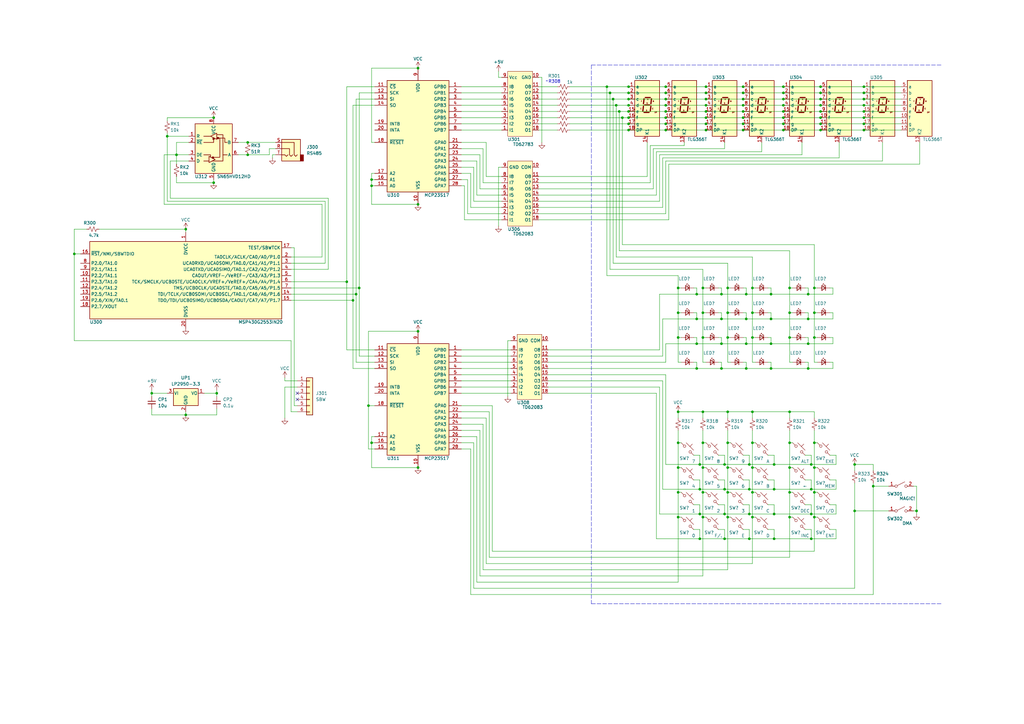
<source format=kicad_sch>
(kicad_sch (version 20211123) (generator eeschema)
  (paper "A3")
  (junction (at 331.47 120.65))
  (junction (at 306.07 120.65))
  (junction (at 334.01 128.27))
  (junction (at 308.61 212.09))
  (junction (at 298.45 212.09))
  (junction (at 289.56 43.18))
  (junction (at 334.01 118.11))
  (junction (at 298.45 128.27))
  (junction (at 252.73 43.18))
  (junction (at 304.8 35.56))
  (junction (at 257.81 38.1))
  (junction (at 278.13 191.77))
  (junction (at 317.5 220.98))
  (junction (at 297.18 210.82))
  (junction (at 336.55 48.26))
  (junction (at 316.23 130.81))
  (junction (at 287.02 210.82))
  (junction (at 321.31 35.56))
  (junction (at 278.13 168.91))
  (junction (at 76.2 93.98))
  (junction (at 257.81 48.26))
  (junction (at 297.18 190.5))
  (junction (at 288.29 201.93))
  (junction (at 146.05 120.65))
  (junction (at 332.74 200.66))
  (junction (at 317.5 200.66))
  (junction (at 273.05 40.64))
  (junction (at 336.55 40.64))
  (junction (at 307.34 190.5))
  (junction (at 295.91 130.81))
  (junction (at 295.91 140.97))
  (junction (at 289.56 50.8))
  (junction (at 287.02 190.5))
  (junction (at 76.2 170.18))
  (junction (at 288.29 181.61))
  (junction (at 323.85 128.27))
  (junction (at 323.85 118.11))
  (junction (at 304.8 38.1))
  (junction (at 295.91 120.65))
  (junction (at 331.47 151.13))
  (junction (at 68.58 55.88))
  (junction (at 273.05 48.26))
  (junction (at 289.56 48.26))
  (junction (at 288.29 212.09))
  (junction (at 278.13 201.93))
  (junction (at 323.85 181.61))
  (junction (at 285.75 130.81))
  (junction (at 354.33 43.18))
  (junction (at 257.81 45.72))
  (junction (at 375.92 209.55))
  (junction (at 289.56 38.1))
  (junction (at 152.4 181.61))
  (junction (at 332.74 220.98))
  (junction (at 278.13 128.27))
  (junction (at 317.5 190.5))
  (junction (at 308.61 181.61))
  (junction (at 304.8 53.34))
  (junction (at 171.45 83.82))
  (junction (at 288.29 138.43))
  (junction (at 288.29 128.27))
  (junction (at 334.01 191.77))
  (junction (at 323.85 138.43))
  (junction (at 248.92 35.56))
  (junction (at 354.33 45.72))
  (junction (at 87.63 74.93))
  (junction (at 287.02 200.66))
  (junction (at 72.39 63.5))
  (junction (at 278.13 181.61))
  (junction (at 304.8 40.64))
  (junction (at 278.13 212.09))
  (junction (at 171.45 191.77))
  (junction (at 273.05 35.56))
  (junction (at 304.8 43.18))
  (junction (at 289.56 35.56))
  (junction (at 323.85 212.09))
  (junction (at 142.24 115.57))
  (junction (at 144.78 123.19))
  (junction (at 317.5 210.82))
  (junction (at 332.74 190.5))
  (junction (at 257.81 53.34))
  (junction (at 288.29 118.11))
  (junction (at 171.45 27.94))
  (junction (at 254 45.72))
  (junction (at 307.34 210.82))
  (junction (at 273.05 45.72))
  (junction (at 298.45 168.91))
  (junction (at 304.8 48.26))
  (junction (at 251.46 40.64))
  (junction (at 298.45 191.77))
  (junction (at 257.81 40.64))
  (junction (at 273.05 53.34))
  (junction (at 316.23 140.97))
  (junction (at 151.13 166.37))
  (junction (at 354.33 48.26))
  (junction (at 354.33 38.1))
  (junction (at 308.61 118.11))
  (junction (at 30.48 104.14))
  (junction (at 307.34 220.98))
  (junction (at 336.55 53.34))
  (junction (at 298.45 118.11))
  (junction (at 336.55 50.8))
  (junction (at 321.31 50.8))
  (junction (at 336.55 38.1))
  (junction (at 171.45 135.89))
  (junction (at 257.81 35.56))
  (junction (at 273.05 50.8))
  (junction (at 285.75 151.13))
  (junction (at 250.19 38.1))
  (junction (at 308.61 201.93))
  (junction (at 255.27 48.26))
  (junction (at 321.31 48.26))
  (junction (at 288.29 168.91))
  (junction (at 336.55 43.18))
  (junction (at 334.01 201.93))
  (junction (at 278.13 138.43))
  (junction (at 331.47 140.97))
  (junction (at 316.23 120.65))
  (junction (at 147.32 118.11))
  (junction (at 336.55 45.72))
  (junction (at 354.33 40.64))
  (junction (at 323.85 201.93))
  (junction (at 306.07 140.97))
  (junction (at 323.85 191.77))
  (junction (at 298.45 181.61))
  (junction (at 273.05 38.1))
  (junction (at 289.56 53.34))
  (junction (at 304.8 50.8))
  (junction (at 101.6 63.5))
  (junction (at 297.18 220.98))
  (junction (at 152.4 73.66))
  (junction (at 306.07 130.81))
  (junction (at 336.55 35.56))
  (junction (at 289.56 40.64))
  (junction (at 307.34 200.66))
  (junction (at 316.23 151.13))
  (junction (at 332.74 210.82))
  (junction (at 323.85 168.91))
  (junction (at 278.13 118.11))
  (junction (at 273.05 43.18))
  (junction (at 321.31 45.72))
  (junction (at 285.75 120.65))
  (junction (at 308.61 138.43))
  (junction (at 334.01 138.43))
  (junction (at 257.81 43.18))
  (junction (at 358.14 199.39))
  (junction (at 304.8 45.72))
  (junction (at 287.02 220.98))
  (junction (at 321.31 43.18))
  (junction (at 321.31 53.34))
  (junction (at 350.52 209.55))
  (junction (at 321.31 38.1))
  (junction (at 298.45 138.43))
  (junction (at 101.6 58.42))
  (junction (at 152.4 76.2))
  (junction (at 297.18 200.66))
  (junction (at 288.29 191.77))
  (junction (at 289.56 45.72))
  (junction (at 62.23 161.29))
  (junction (at 354.33 50.8))
  (junction (at 331.47 130.81))
  (junction (at 298.45 201.93))
  (junction (at 285.75 140.97))
  (junction (at 350.52 190.5))
  (junction (at 88.9 161.29))
  (junction (at 87.63 48.26))
  (junction (at 321.31 40.64))
  (junction (at 306.07 151.13))
  (junction (at 334.01 181.61))
  (junction (at 308.61 191.77))
  (junction (at 354.33 53.34))
  (junction (at 257.81 50.8))
  (junction (at 308.61 128.27))
  (junction (at 308.61 168.91))
  (junction (at 334.01 212.09))
  (junction (at 354.33 35.56))
  (junction (at 295.91 151.13))
  (no_connect (at 121.92 163.83))
  (no_connect (at 121.92 161.29))
  (wire (pts (xy 350.52 198.12) (xy 350.52 209.55)))
  (wire (pts (xy 152.4 58.42) (xy 152.4 27.94)))
  (wire (pts (xy 334.01 176.53) (xy 334.01 181.61)))
  (wire (pts (xy 299.72 118.11) (xy 298.45 118.11)))
  (wire (pts (xy 330.2 196.85) (xy 332.74 196.85)))
  (wire (pts (xy 250.19 38.1) (xy 257.81 38.1)))
  (wire (pts (xy 273.05 140.97) (xy 285.75 140.97)))
  (wire (pts (xy 77.47 55.88) (xy 68.58 55.88)))
  (wire (pts (xy 208.28 139.7) (xy 209.55 139.7)))
  (wire (pts (xy 298.45 128.27) (xy 298.45 138.43)))
  (wire (pts (xy 220.98 87.63) (xy 273.05 87.63)))
  (wire (pts (xy 76.2 93.98) (xy 76.2 95.25)))
  (wire (pts (xy 144.78 123.19) (xy 144.78 43.18)))
  (wire (pts (xy 285.75 128.27) (xy 285.75 130.81)))
  (wire (pts (xy 189.23 60.96) (xy 198.12 60.96)))
  (wire (pts (xy 220.98 31.75) (xy 222.25 31.75)))
  (wire (pts (xy 325.12 138.43) (xy 323.85 138.43)))
  (wire (pts (xy 273.05 140.97) (xy 273.05 148.59)))
  (wire (pts (xy 88.9 161.29) (xy 88.9 162.56)))
  (wire (pts (xy 304.8 217.17) (xy 307.34 217.17)))
  (wire (pts (xy 354.33 48.26) (xy 369.57 48.26)))
  (wire (pts (xy 321.31 35.56) (xy 336.55 35.56)))
  (wire (pts (xy 312.42 62.23) (xy 269.24 62.23)))
  (wire (pts (xy 204.47 68.58) (xy 204.47 92.71)))
  (wire (pts (xy 254 45.72) (xy 257.81 45.72)))
  (wire (pts (xy 198.12 60.96) (xy 198.12 74.93)))
  (wire (pts (xy 308.61 191.77) (xy 308.61 201.93)))
  (wire (pts (xy 270.51 63.5) (xy 270.51 82.55)))
  (wire (pts (xy 198.12 74.93) (xy 205.74 74.93)))
  (wire (pts (xy 121.92 166.37) (xy 120.65 166.37)))
  (wire (pts (xy 278.13 138.43) (xy 278.13 148.59)))
  (wire (pts (xy 341.63 118.11) (xy 340.36 118.11)))
  (polyline (pts (xy 242.57 26.67) (xy 386.08 26.67)))
  (wire (pts (xy 121.92 156.21) (xy 116.84 156.21)))
  (wire (pts (xy 68.58 82.55) (xy 133.35 82.55)))
  (wire (pts (xy 205.74 87.63) (xy 191.77 87.63)))
  (wire (pts (xy 354.33 50.8) (xy 369.57 50.8)))
  (wire (pts (xy 323.85 128.27) (xy 323.85 138.43)))
  (wire (pts (xy 69.85 66.04) (xy 77.47 66.04)))
  (wire (pts (xy 289.56 50.8) (xy 304.8 50.8)))
  (wire (pts (xy 113.03 60.96) (xy 110.49 60.96)))
  (wire (pts (xy 297.18 186.69) (xy 297.18 190.5)))
  (wire (pts (xy 257.81 40.64) (xy 273.05 40.64)))
  (wire (pts (xy 344.17 64.77) (xy 344.17 58.42)))
  (wire (pts (xy 120.65 101.6) (xy 120.65 166.37)))
  (wire (pts (xy 72.39 72.39) (xy 72.39 74.93)))
  (wire (pts (xy 299.72 138.43) (xy 298.45 138.43)))
  (wire (pts (xy 294.64 196.85) (xy 297.18 196.85)))
  (wire (pts (xy 308.61 201.93) (xy 309.88 201.93)))
  (wire (pts (xy 189.23 53.34) (xy 205.74 53.34)))
  (wire (pts (xy 304.8 53.34) (xy 321.31 53.34)))
  (wire (pts (xy 306.07 128.27) (xy 306.07 130.81)))
  (wire (pts (xy 254 45.72) (xy 254 102.87)))
  (wire (pts (xy 307.34 217.17) (xy 307.34 220.98)))
  (wire (pts (xy 314.96 207.01) (xy 317.5 207.01)))
  (wire (pts (xy 189.23 168.91) (xy 200.66 168.91)))
  (wire (pts (xy 314.96 196.85) (xy 317.5 196.85)))
  (wire (pts (xy 151.13 166.37) (xy 153.67 166.37)))
  (wire (pts (xy 147.32 38.1) (xy 153.67 38.1)))
  (wire (pts (xy 152.4 73.66) (xy 153.67 73.66)))
  (wire (pts (xy 30.48 139.7) (xy 30.48 104.14)))
  (wire (pts (xy 199.39 231.14) (xy 199.39 171.45)))
  (wire (pts (xy 342.9 190.5) (xy 342.9 186.69)))
  (wire (pts (xy 151.13 135.89) (xy 171.45 135.89)))
  (wire (pts (xy 306.07 130.81) (xy 316.23 130.81)))
  (wire (pts (xy 375.92 209.55) (xy 375.92 210.82)))
  (wire (pts (xy 294.64 138.43) (xy 295.91 138.43)))
  (wire (pts (xy 233.68 48.26) (xy 255.27 48.26)))
  (wire (pts (xy 317.5 200.66) (xy 332.74 200.66)))
  (wire (pts (xy 294.64 148.59) (xy 295.91 148.59)))
  (wire (pts (xy 62.23 161.29) (xy 62.23 162.56)))
  (wire (pts (xy 196.85 176.53) (xy 189.23 176.53)))
  (wire (pts (xy 62.23 167.64) (xy 62.23 170.18)))
  (wire (pts (xy 287.02 210.82) (xy 297.18 210.82)))
  (wire (pts (xy 285.75 151.13) (xy 295.91 151.13)))
  (wire (pts (xy 110.49 60.96) (xy 110.49 63.5)))
  (wire (pts (xy 317.5 220.98) (xy 332.74 220.98)))
  (wire (pts (xy 62.23 161.29) (xy 68.58 161.29)))
  (wire (pts (xy 334.01 118.11) (xy 335.28 118.11)))
  (wire (pts (xy 257.81 45.72) (xy 273.05 45.72)))
  (wire (pts (xy 350.52 241.3) (xy 350.52 209.55)))
  (wire (pts (xy 68.58 48.26) (xy 87.63 48.26)))
  (wire (pts (xy 72.39 63.5) (xy 72.39 67.31)))
  (wire (pts (xy 307.34 190.5) (xy 317.5 190.5)))
  (wire (pts (xy 354.33 40.64) (xy 369.57 40.64)))
  (wire (pts (xy 297.18 207.01) (xy 297.18 210.82)))
  (wire (pts (xy 304.8 43.18) (xy 321.31 43.18)))
  (wire (pts (xy 288.29 110.49) (xy 288.29 118.11)))
  (wire (pts (xy 278.13 238.76) (xy 278.13 212.09)))
  (wire (pts (xy 317.5 210.82) (xy 332.74 210.82)))
  (wire (pts (xy 33.02 104.14) (xy 30.48 104.14)))
  (wire (pts (xy 252.73 43.18) (xy 252.73 105.41)))
  (wire (pts (xy 323.85 212.09) (xy 325.12 212.09)))
  (wire (pts (xy 189.23 66.04) (xy 195.58 66.04)))
  (wire (pts (xy 279.4 118.11) (xy 278.13 118.11)))
  (wire (pts (xy 350.52 190.5) (xy 358.14 190.5)))
  (wire (pts (xy 288.29 128.27) (xy 288.29 138.43)))
  (wire (pts (xy 335.28 138.43) (xy 334.01 138.43)))
  (wire (pts (xy 119.38 168.91) (xy 121.92 168.91)))
  (wire (pts (xy 152.4 181.61) (xy 153.67 181.61)))
  (wire (pts (xy 233.68 40.64) (xy 251.46 40.64)))
  (wire (pts (xy 294.64 207.01) (xy 297.18 207.01)))
  (wire (pts (xy 336.55 53.34) (xy 354.33 53.34)))
  (wire (pts (xy 377.19 67.31) (xy 274.32 67.31)))
  (wire (pts (xy 287.02 217.17) (xy 287.02 220.98)))
  (wire (pts (xy 224.79 148.59) (xy 273.05 148.59)))
  (wire (pts (xy 278.13 113.03) (xy 278.13 118.11)))
  (wire (pts (xy 374.65 209.55) (xy 375.92 209.55)))
  (wire (pts (xy 271.78 156.21) (xy 271.78 200.66)))
  (wire (pts (xy 198.12 233.68) (xy 298.45 233.68)))
  (wire (pts (xy 153.67 58.42) (xy 152.4 58.42)))
  (wire (pts (xy 306.07 151.13) (xy 316.23 151.13)))
  (wire (pts (xy 336.55 38.1) (xy 354.33 38.1)))
  (wire (pts (xy 199.39 171.45) (xy 189.23 171.45)))
  (wire (pts (xy 189.23 48.26) (xy 205.74 48.26)))
  (wire (pts (xy 142.24 143.51) (xy 153.67 143.51)))
  (wire (pts (xy 354.33 53.34) (xy 369.57 53.34)))
  (wire (pts (xy 323.85 168.91) (xy 323.85 171.45)))
  (wire (pts (xy 199.39 72.39) (xy 205.74 72.39)))
  (wire (pts (xy 273.05 66.04) (xy 273.05 87.63)))
  (wire (pts (xy 189.23 38.1) (xy 205.74 38.1)))
  (wire (pts (xy 321.31 38.1) (xy 336.55 38.1)))
  (wire (pts (xy 331.47 140.97) (xy 341.63 140.97)))
  (wire (pts (xy 287.02 207.01) (xy 287.02 210.82)))
  (wire (pts (xy 271.78 130.81) (xy 271.78 146.05)))
  (wire (pts (xy 312.42 58.42) (xy 312.42 62.23)))
  (wire (pts (xy 201.93 226.06) (xy 334.01 226.06)))
  (wire (pts (xy 298.45 191.77) (xy 298.45 201.93)))
  (wire (pts (xy 308.61 168.91) (xy 308.61 171.45)))
  (wire (pts (xy 308.61 105.41) (xy 252.73 105.41)))
  (wire (pts (xy 278.13 181.61) (xy 278.13 191.77)))
  (wire (pts (xy 233.68 50.8) (xy 257.81 50.8)))
  (wire (pts (xy 285.75 120.65) (xy 295.91 120.65)))
  (wire (pts (xy 270.51 210.82) (xy 287.02 210.82)))
  (wire (pts (xy 284.48 207.01) (xy 287.02 207.01)))
  (wire (pts (xy 325.12 148.59) (xy 323.85 148.59)))
  (wire (pts (xy 273.05 40.64) (xy 289.56 40.64)))
  (wire (pts (xy 144.78 43.18) (xy 153.67 43.18)))
  (wire (pts (xy 307.34 207.01) (xy 307.34 210.82)))
  (wire (pts (xy 224.79 143.51) (xy 270.51 143.51)))
  (wire (pts (xy 284.48 217.17) (xy 287.02 217.17)))
  (wire (pts (xy 314.96 148.59) (xy 316.23 148.59)))
  (wire (pts (xy 189.23 43.18) (xy 205.74 43.18)))
  (wire (pts (xy 220.98 50.8) (xy 228.6 50.8)))
  (wire (pts (xy 308.61 181.61) (xy 308.61 191.77)))
  (wire (pts (xy 331.47 130.81) (xy 341.63 130.81)))
  (wire (pts (xy 334.01 181.61) (xy 334.01 191.77)))
  (wire (pts (xy 220.98 80.01) (xy 269.24 80.01)))
  (wire (pts (xy 374.65 199.39) (xy 375.92 199.39)))
  (wire (pts (xy 364.49 199.39) (xy 358.14 199.39)))
  (wire (pts (xy 308.61 176.53) (xy 308.61 181.61)))
  (wire (pts (xy 336.55 48.26) (xy 354.33 48.26)))
  (wire (pts (xy 273.05 38.1) (xy 289.56 38.1)))
  (wire (pts (xy 152.4 27.94) (xy 171.45 27.94)))
  (wire (pts (xy 132.08 105.41) (xy 119.38 105.41)))
  (wire (pts (xy 297.18 190.5) (xy 307.34 190.5)))
  (wire (pts (xy 354.33 35.56) (xy 369.57 35.56)))
  (wire (pts (xy 323.85 201.93) (xy 323.85 212.09)))
  (wire (pts (xy 280.67 58.42) (xy 280.67 59.69)))
  (wire (pts (xy 270.51 120.65) (xy 270.51 143.51)))
  (wire (pts (xy 334.01 191.77) (xy 334.01 201.93)))
  (wire (pts (xy 336.55 45.72) (xy 354.33 45.72)))
  (polyline (pts (xy 242.57 247.65) (xy 386.08 247.65)))
  (wire (pts (xy 193.04 71.12) (xy 193.04 85.09)))
  (wire (pts (xy 304.8 148.59) (xy 306.07 148.59)))
  (wire (pts (xy 323.85 176.53) (xy 323.85 181.61)))
  (wire (pts (xy 323.85 181.61) (xy 323.85 191.77)))
  (wire (pts (xy 233.68 38.1) (xy 250.19 38.1)))
  (wire (pts (xy 307.34 196.85) (xy 307.34 200.66)))
  (wire (pts (xy 189.23 50.8) (xy 205.74 50.8)))
  (wire (pts (xy 323.85 191.77) (xy 323.85 201.93)))
  (wire (pts (xy 336.55 35.56) (xy 354.33 35.56)))
  (wire (pts (xy 328.93 58.42) (xy 328.93 63.5)))
  (wire (pts (xy 97.79 63.5) (xy 101.6 63.5)))
  (wire (pts (xy 193.04 184.15) (xy 193.04 243.84)))
  (wire (pts (xy 248.92 35.56) (xy 248.92 113.03)))
  (wire (pts (xy 309.88 118.11) (xy 308.61 118.11)))
  (wire (pts (xy 189.23 58.42) (xy 199.39 58.42)))
  (wire (pts (xy 321.31 45.72) (xy 336.55 45.72)))
  (wire (pts (xy 316.23 140.97) (xy 331.47 140.97)))
  (wire (pts (xy 334.01 226.06) (xy 334.01 212.09)))
  (wire (pts (xy 233.68 43.18) (xy 252.73 43.18)))
  (wire (pts (xy 307.34 210.82) (xy 317.5 210.82)))
  (wire (pts (xy 189.23 146.05) (xy 209.55 146.05)))
  (wire (pts (xy 354.33 45.72) (xy 369.57 45.72)))
  (wire (pts (xy 330.2 128.27) (xy 331.47 128.27)))
  (wire (pts (xy 152.4 83.82) (xy 171.45 83.82)))
  (wire (pts (xy 190.5 90.17) (xy 205.74 90.17)))
  (wire (pts (xy 152.4 73.66) (xy 152.4 76.2)))
  (wire (pts (xy 285.75 148.59) (xy 285.75 151.13)))
  (wire (pts (xy 332.74 207.01) (xy 332.74 210.82)))
  (wire (pts (xy 199.39 231.14) (xy 308.61 231.14)))
  (wire (pts (xy 220.98 72.39) (xy 265.43 72.39)))
  (wire (pts (xy 119.38 101.6) (xy 120.65 101.6)))
  (wire (pts (xy 273.05 43.18) (xy 289.56 43.18)))
  (wire (pts (xy 101.6 63.5) (xy 110.49 63.5)))
  (wire (pts (xy 341.63 120.65) (xy 341.63 118.11)))
  (wire (pts (xy 146.05 40.64) (xy 153.67 40.64)))
  (wire (pts (xy 222.25 31.75) (xy 222.25 58.42)))
  (wire (pts (xy 147.32 146.05) (xy 147.32 118.11)))
  (wire (pts (xy 189.23 71.12) (xy 193.04 71.12)))
  (wire (pts (xy 298.45 118.11) (xy 298.45 128.27)))
  (wire (pts (xy 198.12 173.99) (xy 189.23 173.99)))
  (wire (pts (xy 297.18 60.96) (xy 267.97 60.96)))
  (wire (pts (xy 323.85 102.87) (xy 323.85 118.11)))
  (wire (pts (xy 119.38 115.57) (xy 142.24 115.57)))
  (wire (pts (xy 189.23 148.59) (xy 209.55 148.59)))
  (wire (pts (xy 62.23 170.18) (xy 76.2 170.18)))
  (wire (pts (xy 146.05 120.65) (xy 146.05 40.64)))
  (wire (pts (xy 308.61 168.91) (xy 323.85 168.91)))
  (wire (pts (xy 224.79 158.75) (xy 270.51 158.75)))
  (wire (pts (xy 321.31 48.26) (xy 336.55 48.26)))
  (wire (pts (xy 358.14 190.5) (xy 358.14 193.04)))
  (wire (pts (xy 146.05 148.59) (xy 146.05 120.65)))
  (wire (pts (xy 72.39 58.42) (xy 72.39 63.5)))
  (wire (pts (xy 189.23 184.15) (xy 193.04 184.15)))
  (wire (pts (xy 316.23 151.13) (xy 331.47 151.13)))
  (wire (pts (xy 190.5 76.2) (xy 190.5 90.17)))
  (wire (pts (xy 295.91 130.81) (xy 306.07 130.81)))
  (wire (pts (xy 224.79 146.05) (xy 271.78 146.05)))
  (wire (pts (xy 316.23 138.43) (xy 316.23 140.97)))
  (wire (pts (xy 191.77 87.63) (xy 191.77 73.66)))
  (wire (pts (xy 269.24 220.98) (xy 287.02 220.98)))
  (wire (pts (xy 334.01 201.93) (xy 335.28 201.93)))
  (wire (pts (xy 195.58 66.04) (xy 195.58 80.01)))
  (wire (pts (xy 289.56 53.34) (xy 304.8 53.34)))
  (wire (pts (xy 334.01 118.11) (xy 334.01 128.27)))
  (wire (pts (xy 295.91 151.13) (xy 306.07 151.13)))
  (wire (pts (xy 295.91 148.59) (xy 295.91 151.13)))
  (wire (pts (xy 220.98 40.64) (xy 228.6 40.64)))
  (wire (pts (xy 270.51 120.65) (xy 285.75 120.65)))
  (wire (pts (xy 334.01 201.93) (xy 334.01 212.09)))
  (wire (pts (xy 321.31 43.18) (xy 336.55 43.18)))
  (wire (pts (xy 119.38 118.11) (xy 147.32 118.11)))
  (wire (pts (xy 334.01 128.27) (xy 334.01 138.43)))
  (wire (pts (xy 152.4 76.2) (xy 152.4 83.82)))
  (wire (pts (xy 201.93 166.37) (xy 201.93 226.06)))
  (wire (pts (xy 193.04 243.84) (xy 358.14 243.84)))
  (wire (pts (xy 308.61 231.14) (xy 308.61 212.09)))
  (wire (pts (xy 304.8 186.69) (xy 307.34 186.69)))
  (wire (pts (xy 331.47 118.11) (xy 330.2 118.11)))
  (wire (pts (xy 153.67 71.12) (xy 152.4 71.12)))
  (wire (pts (xy 248.92 35.56) (xy 257.81 35.56)))
  (wire (pts (xy 67.31 63.5) (xy 72.39 63.5)))
  (wire (pts (xy 308.61 118.11) (xy 308.61 128.27)))
  (wire (pts (xy 297.18 200.66) (xy 307.34 200.66)))
  (wire (pts (xy 335.28 128.27) (xy 334.01 128.27)))
  (wire (pts (xy 289.56 35.56) (xy 304.8 35.56)))
  (wire (pts (xy 289.56 148.59) (xy 288.29 148.59)))
  (wire (pts (xy 62.23 160.02) (xy 62.23 161.29)))
  (wire (pts (xy 306.07 120.65) (xy 306.07 118.11)))
  (wire (pts (xy 298.45 201.93) (xy 299.72 201.93)))
  (wire (pts (xy 284.48 128.27) (xy 285.75 128.27)))
  (wire (pts (xy 316.23 128.27) (xy 316.23 130.81)))
  (wire (pts (xy 278.13 176.53) (xy 278.13 181.61)))
  (wire (pts (xy 298.45 191.77) (xy 299.72 191.77)))
  (wire (pts (xy 307.34 220.98) (xy 317.5 220.98)))
  (wire (pts (xy 288.29 168.91) (xy 288.29 171.45)))
  (wire (pts (xy 342.9 200.66) (xy 342.9 196.85)))
  (wire (pts (xy 350.52 190.5) (xy 350.52 193.04)))
  (wire (pts (xy 334.01 100.33) (xy 334.01 118.11)))
  (wire (pts (xy 198.12 173.99) (xy 198.12 233.68)))
  (wire (pts (xy 330.2 148.59) (xy 331.47 148.59)))
  (wire (pts (xy 354.33 38.1) (xy 369.57 38.1)))
  (wire (pts (xy 40.64 93.98) (xy 76.2 93.98)))
  (wire (pts (xy 189.23 40.64) (xy 205.74 40.64)))
  (wire (pts (xy 273.05 48.26) (xy 289.56 48.26)))
  (wire (pts (xy 299.72 148.59) (xy 298.45 148.59)))
  (wire (pts (xy 204.47 29.21) (xy 204.47 31.75)))
  (wire (pts (xy 72.39 74.93) (xy 87.63 74.93)))
  (wire (pts (xy 306.07 148.59) (xy 306.07 151.13)))
  (wire (pts (xy 119.38 139.7) (xy 30.48 139.7)))
  (wire (pts (xy 298.45 212.09) (xy 299.72 212.09)))
  (wire (pts (xy 341.63 128.27) (xy 341.63 130.81)))
  (wire (pts (xy 298.45 181.61) (xy 298.45 191.77)))
  (wire (pts (xy 323.85 118.11) (xy 323.85 128.27)))
  (wire (pts (xy 332.74 217.17) (xy 332.74 220.98)))
  (wire (pts (xy 288.29 212.09) (xy 289.56 212.09)))
  (wire (pts (xy 323.85 102.87) (xy 254 102.87)))
  (wire (pts (xy 288.29 201.93) (xy 288.29 212.09)))
  (wire (pts (xy 72.39 58.42) (xy 77.47 58.42)))
  (wire (pts (xy 220.98 35.56) (xy 228.6 35.56)))
  (wire (pts (xy 267.97 60.96) (xy 267.97 77.47)))
  (wire (pts (xy 331.47 148.59) (xy 331.47 151.13)))
  (wire (pts (xy 278.13 201.93) (xy 278.13 212.09)))
  (wire (pts (xy 278.13 181.61) (xy 279.4 181.61)))
  (wire (pts (xy 323.85 191.77) (xy 325.12 191.77)))
  (wire (pts (xy 316.23 118.11) (xy 314.96 118.11)))
  (wire (pts (xy 334.01 212.09) (xy 335.28 212.09)))
  (wire (pts (xy 278.13 201.93) (xy 279.4 201.93)))
  (polyline (pts (xy 242.57 26.67) (xy 242.57 247.65)))
  (wire (pts (xy 332.74 210.82) (xy 342.9 210.82)))
  (wire (pts (xy 278.13 148.59) (xy 279.4 148.59)))
  (wire (pts (xy 278.13 118.11) (xy 278.13 128.27)))
  (wire (pts (xy 308.61 128.27) (xy 308.61 138.43)))
  (wire (pts (xy 308.61 201.93) (xy 308.61 212.09)))
  (wire (pts (xy 269.24 62.23) (xy 269.24 80.01)))
  (wire (pts (xy 271.78 156.21) (xy 224.79 156.21)))
  (wire (pts (xy 257.81 48.26) (xy 273.05 48.26)))
  (wire (pts (xy 196.85 176.53) (xy 196.85 236.22)))
  (wire (pts (xy 220.98 45.72) (xy 228.6 45.72)))
  (wire (pts (xy 358.14 199.39) (xy 358.14 198.12)))
  (wire (pts (xy 152.4 179.07) (xy 152.4 181.61)))
  (wire (pts (xy 299.72 128.27) (xy 298.45 128.27)))
  (wire (pts (xy 278.13 138.43) (xy 279.4 138.43)))
  (wire (pts (xy 252.73 43.18) (xy 257.81 43.18)))
  (wire (pts (xy 289.56 48.26) (xy 304.8 48.26)))
  (wire (pts (xy 278.13 128.27) (xy 278.13 138.43)))
  (wire (pts (xy 321.31 50.8) (xy 336.55 50.8)))
  (wire (pts (xy 233.68 35.56) (xy 248.92 35.56)))
  (wire (pts (xy 317.5 207.01) (xy 317.5 210.82)))
  (wire (pts (xy 257.81 50.8) (xy 273.05 50.8)))
  (wire (pts (xy 284.48 186.69) (xy 287.02 186.69)))
  (wire (pts (xy 331.47 128.27) (xy 331.47 130.81)))
  (wire (pts (xy 68.58 48.26) (xy 68.58 49.53)))
  (wire (pts (xy 289.56 138.43) (xy 288.29 138.43)))
  (wire (pts (xy 304.8 38.1) (xy 321.31 38.1)))
  (wire (pts (xy 317.5 186.69) (xy 317.5 190.5)))
  (wire (pts (xy 189.23 156.21) (xy 209.55 156.21)))
  (wire (pts (xy 278.13 113.03) (xy 248.92 113.03)))
  (wire (pts (xy 298.45 233.68) (xy 298.45 212.09)))
  (wire (pts (xy 189.23 153.67) (xy 209.55 153.67)))
  (wire (pts (xy 317.5 190.5) (xy 332.74 190.5)))
  (wire (pts (xy 278.13 191.77) (xy 279.4 191.77)))
  (wire (pts (xy 314.96 217.17) (xy 317.5 217.17)))
  (wire (pts (xy 152.4 71.12) (xy 152.4 73.66)))
  (wire (pts (xy 297.18 58.42) (xy 297.18 60.96)))
  (wire (pts (xy 151.13 166.37) (xy 151.13 135.89)))
  (wire (pts (xy 224.79 153.67) (xy 273.05 153.67)))
  (wire (pts (xy 304.8 207.01) (xy 307.34 207.01)))
  (wire (pts (xy 194.31 181.61) (xy 189.23 181.61)))
  (wire (pts (xy 288.29 110.49) (xy 250.19 110.49)))
  (wire (pts (xy 340.36 128.27) (xy 341.63 128.27)))
  (wire (pts (xy 308.61 212.09) (xy 309.88 212.09)))
  (wire (pts (xy 83.82 161.29) (xy 88.9 161.29)))
  (wire (pts (xy 68.58 54.61) (xy 68.58 55.88)))
  (wire (pts (xy 304.8 50.8) (xy 321.31 50.8)))
  (wire (pts (xy 298.45 181.61) (xy 299.72 181.61)))
  (wire (pts (xy 119.38 168.91) (xy 119.38 139.7)))
  (wire (pts (xy 111.76 63.5) (xy 111.76 64.77)))
  (wire (pts (xy 278.13 128.27) (xy 279.4 128.27)))
  (wire (pts (xy 304.8 45.72) (xy 321.31 45.72)))
  (wire (pts (xy 220.98 85.09) (xy 271.78 85.09)))
  (wire (pts (xy 121.92 158.75) (xy 116.84 158.75)))
  (wire (pts (xy 144.78 151.13) (xy 144.78 123.19)))
  (wire (pts (xy 297.18 217.17) (xy 297.18 220.98)))
  (wire (pts (xy 330.2 217.17) (xy 332.74 217.17)))
  (wire (pts (xy 67.31 63.5) (xy 67.31 83.82)))
  (wire (pts (xy 76.2 170.18) (xy 88.9 170.18)))
  (wire (pts (xy 298.45 168.91) (xy 298.45 171.45)))
  (wire (pts (xy 72.39 63.5) (xy 77.47 63.5)))
  (wire (pts (xy 309.88 148.59) (xy 308.61 148.59)))
  (wire (pts (xy 194.31 82.55) (xy 194.31 68.58)))
  (wire (pts (xy 134.62 81.28) (xy 134.62 110.49)))
  (wire (pts (xy 189.23 161.29) (xy 209.55 161.29)))
  (wire (pts (xy 297.18 196.85) (xy 297.18 200.66)))
  (wire (pts (xy 255.27 48.26) (xy 255.27 100.33)))
  (wire (pts (xy 289.56 118.11) (xy 288.29 118.11)))
  (wire (pts (xy 30.48 93.98) (xy 30.48 104.14)))
  (wire (pts (xy 340.36 148.59) (xy 341.63 148.59)))
  (wire (pts (xy 289.56 128.27) (xy 288.29 128.27)))
  (wire (pts (xy 358.14 199.39) (xy 358.14 243.84)))
  (wire (pts (xy 287.02 220.98) (xy 297.18 220.98)))
  (wire (pts (xy 142.24 35.56) (xy 142.24 115.57)))
  (wire (pts (xy 257.81 35.56) (xy 273.05 35.56)))
  (wire (pts (xy 308.61 105.41) (xy 308.61 118.11)))
  (wire (pts (xy 332.74 186.69) (xy 332.74 190.5)))
  (wire (pts (xy 308.61 181.61) (xy 309.88 181.61)))
  (wire (pts (xy 220.98 43.18) (xy 228.6 43.18)))
  (wire (pts (xy 336.55 40.64) (xy 354.33 40.64)))
  (wire (pts (xy 330.2 207.01) (xy 332.74 207.01)))
  (wire (pts (xy 364.49 209.55) (xy 350.52 209.55)))
  (wire (pts (xy 284.48 148.59) (xy 285.75 148.59)))
  (wire (pts (xy 116.84 158.75) (xy 116.84 171.45)))
  (wire (pts (xy 288.29 176.53) (xy 288.29 181.61)))
  (wire (pts (xy 251.46 40.64) (xy 257.81 40.64)))
  (wire (pts (xy 220.98 38.1) (xy 228.6 38.1)))
  (wire (pts (xy 323.85 138.43) (xy 323.85 148.59)))
  (wire (pts (xy 330.2 186.69) (xy 332.74 186.69)))
  (wire (pts (xy 334.01 138.43) (xy 334.01 148.59)))
  (wire (pts (xy 289.56 43.18) (xy 304.8 43.18)))
  (wire (pts (xy 273.05 35.56) (xy 289.56 35.56)))
  (wire (pts (xy 304.8 48.26) (xy 321.31 48.26)))
  (wire (pts (xy 288.29 138.43) (xy 288.29 148.59)))
  (wire (pts (xy 271.78 64.77) (xy 271.78 85.09)))
  (wire (pts (xy 325.12 118.11) (xy 323.85 118.11)))
  (wire (pts (xy 287.02 200.66) (xy 297.18 200.66)))
  (wire (pts (xy 285.75 120.65) (xy 285.75 118.11)))
  (wire (pts (xy 304.8 138.43) (xy 306.07 138.43)))
  (wire (pts (xy 288.29 118.11) (xy 288.29 128.27)))
  (wire (pts (xy 194.31 68.58) (xy 189.23 68.58)))
  (wire (pts (xy 304.8 128.27) (xy 306.07 128.27)))
  (wire (pts (xy 280.67 59.69) (xy 266.7 59.69)))
  (wire (pts (xy 288.29 236.22) (xy 288.29 212.09)))
  (wire (pts (xy 317.5 196.85) (xy 317.5 200.66)))
  (wire (pts (xy 294.64 217.17) (xy 297.18 217.17)))
  (wire (pts (xy 341.63 148.59) (xy 341.63 151.13)))
  (wire (pts (xy 304.8 35.56) (xy 321.31 35.56)))
  (wire (pts (xy 68.58 55.88) (xy 68.58 82.55)))
  (wire (pts (xy 119.38 110.49) (xy 134.62 110.49)))
  (wire (pts (xy 152.4 181.61) (xy 152.4 191.77)))
  (wire (pts (xy 334.01 168.91) (xy 334.01 171.45)))
  (wire (pts (xy 255.27 48.26) (xy 257.81 48.26)))
  (wire (pts (xy 309.88 128.27) (xy 308.61 128.27)))
  (wire (pts (xy 297.18 220.98) (xy 307.34 220.98)))
  (wire (pts (xy 287.02 186.69) (xy 287.02 190.5)))
  (wire (pts (xy 331.47 120.65) (xy 341.63 120.65)))
  (wire (pts (xy 194.31 181.61) (xy 194.31 241.3)))
  (wire (pts (xy 199.39 58.42) (xy 199.39 72.39)))
  (wire (pts (xy 270.51 158.75) (xy 270.51 210.82)))
  (wire (pts (xy 331.47 151.13) (xy 341.63 151.13)))
  (wire (pts (xy 132.08 83.82) (xy 132.08 105.41)))
  (wire (pts (xy 377.19 58.42) (xy 377.19 67.31)))
  (wire (pts (xy 153.67 184.15) (xy 151.13 184.15)))
  (wire (pts (xy 113.03 63.5) (xy 111.76 63.5)))
  (wire (pts (xy 88.9 160.02) (xy 88.9 161.29)))
  (wire (pts (xy 76.2 168.91) (xy 76.2 170.18)))
  (wire (pts (xy 278.13 168.91) (xy 288.29 168.91)))
  (wire (pts (xy 101.6 58.42) (xy 113.03 58.42)))
  (wire (pts (xy 196.85 236.22) (xy 288.29 236.22)))
  (wire (pts (xy 88.9 170.18) (xy 88.9 167.64)))
  (wire (pts (xy 336.55 50.8) (xy 354.33 50.8)))
  (wire (pts (xy 151.13 184.15) (xy 151.13 166.37)))
  (wire (pts (xy 323.85 181.61) (xy 325.12 181.61)))
  (wire (pts (xy 189.23 76.2) (xy 190.5 76.2)))
  (wire (pts (xy 278.13 212.09) (xy 279.4 212.09)))
  (wire (pts (xy 195.58 179.07) (xy 195.58 238.76)))
  (wire (pts (xy 69.85 66.04) (xy 69.85 81.28)))
  (wire (pts (xy 147.32 118.11) (xy 147.32 38.1)))
  (wire (pts (xy 309.88 138.43) (xy 308.61 138.43)))
  (wire (pts (xy 193.04 85.09) (xy 205.74 85.09)))
  (wire (pts (xy 304.8 196.85) (xy 307.34 196.85)))
  (wire (pts (xy 273.05 50.8) (xy 289.56 50.8)))
  (wire (pts (xy 375.92 199.39) (xy 375.92 209.55)))
  (wire (pts (xy 220.98 53.34) (xy 228.6 53.34)))
  (wire (pts (xy 189.23 151.13) (xy 209.55 151.13)))
  (wire (pts (xy 316.23 130.81) (xy 331.47 130.81)))
  (wire (pts (xy 295.91 140.97) (xy 306.07 140.97)))
  (wire (pts (xy 308.61 138.43) (xy 308.61 148.59)))
  (wire (pts (xy 317.5 217.17) (xy 317.5 220.98)))
  (wire (pts (xy 331.47 120.65) (xy 331.47 118.11)))
  (wire (pts (xy 265.43 58.42) (xy 265.43 72.39)))
  (wire (pts (xy 220.98 74.93) (xy 266.7 74.93)))
  (wire (pts (xy 298.45 201.93) (xy 298.45 212.09)))
  (wire (pts (xy 269.24 161.29) (xy 224.79 161.29)))
  (wire (pts (xy 189.23 158.75) (xy 209.55 158.75)))
  (wire (pts (xy 289.56 38.1) (xy 304.8 38.1)))
  (wire (pts (xy 266.7 59.69) (xy 266.7 74.93)))
  (wire (pts (xy 335.28 148.59) (xy 334.01 148.59)))
  (wire (pts (xy 200.66 168.91) (xy 200.66 228.6)))
  (wire (pts (xy 295.91 138.43) (xy 295.91 140.97)))
  (wire (pts (xy 205.74 77.47) (xy 196.85 77.47)))
  (wire (pts (xy 332.74 190.5) (xy 342.9 190.5)))
  (wire (pts (xy 342.9 186.69) (xy 340.36 186.69)))
  (wire (pts (xy 273.05 45.72) (xy 289.56 45.72)))
  (wire (pts (xy 208.28 139.7) (xy 208.28 162.56)))
  (wire (pts (xy 273.05 153.67) (xy 273.05 190.5)))
  (wire (pts (xy 69.85 81.28) (xy 134.62 81.28)))
  (wire (pts (xy 331.47 138.43) (xy 331.47 140.97)))
  (wire (pts (xy 306.07 118.11) (xy 304.8 118.11)))
  (wire (pts (xy 361.95 66.04) (xy 273.05 66.04)))
  (wire (pts (xy 332.74 220.98) (xy 342.9 220.98)))
  (wire (pts (xy 153.67 148.59) (xy 146.05 148.59)))
  (wire (pts (xy 316.23 148.59) (xy 316.23 151.13)))
  (wire (pts (xy 220.98 77.47) (xy 267.97 77.47)))
  (wire (pts (xy 295.91 128.27) (xy 295.91 130.81)))
  (wire (pts (xy 205.74 68.58) (xy 204.47 68.58)))
  (wire (pts (xy 205.74 82.55) (xy 194.31 82.55)))
  (wire (pts (xy 323.85 168.91) (xy 334.01 168.91)))
  (wire (pts (xy 191.77 73.66) (xy 189.23 73.66)))
  (wire (pts (xy 288.29 168.91) (xy 298.45 168.91)))
  (wire (pts (xy 189.23 166.37) (xy 201.93 166.37)))
  (wire (pts (xy 298.45 107.95) (xy 251.46 107.95)))
  (wire (pts (xy 316.23 120.65) (xy 316.23 118.11)))
  (wire (pts (xy 307.34 200.66) (xy 317.5 200.66)))
  (wire (pts (xy 189.23 143.51) (xy 209.55 143.51)))
  (wire (pts (xy 334.01 191.77) (xy 335.28 191.77)))
  (wire (pts (xy 298.45 107.95) (xy 298.45 118.11)))
  (wire (pts (xy 196.85 63.5) (xy 189.23 63.5)))
  (wire (pts (xy 285.75 130.81) (xy 295.91 130.81)))
  (wire (pts (xy 334.01 181.61) (xy 335.28 181.61)))
  (wire (pts (xy 330.2 138.43) (xy 331.47 138.43)))
  (wire (pts (xy 328.93 63.5) (xy 270.51 63.5)))
  (wire (pts (xy 142.24 35.56) (xy 153.67 35.56)))
  (wire (pts (xy 220.98 82.55) (xy 270.51 82.55)))
  (wire (pts (xy 153.67 179.07) (xy 152.4 179.07)))
  (wire (pts (xy 195.58 80.01) (xy 205.74 80.01)))
  (wire (pts (xy 295.91 120.65) (xy 295.91 118.11)))
  (wire (pts (xy 314.96 138.43) (xy 316.23 138.43)))
  (wire (pts (xy 142.24 143.51) (xy 142.24 115.57)))
  (wire (pts (xy 294.64 128.27) (xy 295.91 128.27)))
  (wire (pts (xy 297.18 210.82) (xy 307.34 210.82)))
  (wire (pts (xy 257.81 43.18) (xy 273.05 43.18)))
  (wire (pts (xy 306.07 120.65) (xy 316.23 120.65)))
  (wire (pts (xy 306.07 140.97) (xy 316.23 140.97)))
  (wire (pts (xy 233.68 45.72) (xy 254 45.72)))
  (wire (pts (xy 340.36 138.43) (xy 341.63 138.43)))
  (wire (pts (xy 269.24 161.29) (xy 269.24 220.98)))
  (wire (pts (xy 220.98 90.17) (xy 274.32 90.17)))
  (wire (pts (xy 289.56 40.64) (xy 304.8 40.64)))
  (wire (pts (xy 274.32 67.31) (xy 274.32 90.17)))
  (wire (pts (xy 325.12 128.27) (xy 323.85 128.27)))
  (wire (pts (xy 298.45 176.53) (xy 298.45 181.61)))
  (wire (pts (xy 321.31 53.34) (xy 336.55 53.34)))
  (wire (pts (xy 308.61 191.77) (xy 309.88 191.77)))
  (wire (pts (xy 250.19 38.1) (xy 250.19 110.49)))
  (wire (pts (xy 224.79 151.13) (xy 285.75 151.13)))
  (wire (pts (xy 332.74 200.66) (xy 342.9 200.66)))
  (wire (pts (xy 342.9 220.98) (xy 342.9 217.17)))
  (wire (pts (xy 119.38 120.65) (xy 146.05 120.65)))
  (wire (pts (xy 195.58 238.76) (xy 278.13 238.76)))
  (wire (pts (xy 194.31 241.3) (xy 350.52 241.3)))
  (wire (pts (xy 233.68 53.34) (xy 257.81 53.34)))
  (wire (pts (xy 273.05 53.34) (xy 289.56 53.34)))
  (wire (pts (xy 314.96 128.27) (xy 316.23 128.27)))
  (wire (pts (xy 97.79 58.42) (xy 101.6 58.42)))
  (wire (pts (xy 288.29 181.61) (xy 288.29 191.77)))
  (wire (pts (xy 271.78 64.77) (xy 344.17 64.77)))
  (wire (pts (xy 196.85 77.47) (xy 196.85 63.5)))
  (wire (pts (xy 133.35 82.55) (xy 133.35 107.95)))
  (wire (pts (xy 189.23 35.56) (xy 205.74 35.56)))
  (wire (pts (xy 342.9 196.85) (xy 340.36 196.85)))
  (wire (pts (xy 334.01 100.33) (xy 255.27 100.33)))
  (wire (pts (xy 153.67 146.05) (xy 147.32 146.05)))
  (wire (pts (xy 152.4 191.77) (xy 171.45 191.77)))
  (wire (pts (xy 298.45 138.43) (xy 298.45 148.59)))
  (wire (pts (xy 271.78 200.66) (xy 287.02 200.66)))
  (wire (pts (xy 285.75 118.11) (xy 284.48 118.11)))
  (wire (pts (xy 30.48 93.98) (xy 35.56 93.98)))
  (wire (pts (xy 361.95 58.42) (xy 361.95 66.04)))
  (wire (pts (xy 321.31 40.64) (xy 336.55 40.64)))
  (wire (pts (xy 284.48 196.85) (xy 287.02 196.85)))
  (wire (pts (xy 284.48 138.43) (xy 285.75 138.43)))
  (wire (pts (xy 153.67 151.13) (xy 144.78 151.13)))
  (wire (pts (xy 257.81 53.34) (xy 273.05 53.34)))
  (wire (pts (xy 152.4 76.2) (xy 153.67 76.2)))
  (wire (pts (xy 304.8 40.64) (xy 321.31 40.64)))
  (wire (pts (xy 285.75 138.43) (xy 285.75 140.97)))
  (wire (pts (xy 67.31 83.82) (xy 132.08 83.82)))
  (wire (pts (xy 87.63 74.93) (xy 87.63 73.66)))
  (wire (pts (xy 342.9 207.01) (xy 340.36 207.01)))
  (wire (pts (xy 307.34 186.69) (xy 307.34 190.5)))
  (wire (pts (xy 289.56 45.72) (xy 304.8 45.72)))
  (wire (pts (xy 285.75 140.97) (xy 295.91 140.97)))
  (wire (pts (xy 119.38 107.95) (xy 133.35 107.95)))
  (wire (pts (xy 323.85 228.6) (xy 323.85 212.09)))
  (wire (pts (xy 298.45 168.91) (xy 308.61 168.91)))
  (wire (pts (xy 295.91 120.65) (xy 306.07 120.65)))
  (wire (pts (xy 119.38 123.19) (xy 144.78 123.19)))
  (wire (pts (xy 336.55 43.18) (xy 354.33 43.18)))
  (wire (pts (xy 271.78 130.81) (xy 285.75 130.81)))
  (wire (pts (xy 314.96 186.69) (xy 317.5 186.69)))
  (wire (pts (xy 189.23 45.72) (xy 205.74 45.72)))
  (wire (pts (xy 332.74 196.85) (xy 332.74 200.66)))
  (wire (pts (xy 273.05 190.5) (xy 287.02 190.5)))
  (wire (pts (xy 354.33 43.18) (xy 369.57 43.18)))
  (wire (pts (xy 287.02 190.5) (xy 297.18 190.5)))
  (wire (pts (xy 288.29 201.93) (xy 289.56 201.93)))
  (wire (pts (xy 278.13 171.45) (xy 278.13 168.91)))
  (wire (pts (xy 295.91 118.11) (xy 294.64 118.11)))
  (wire (pts (xy 257.81 38.1) (xy 273.05 38.1)))
  (wire (pts (xy 200.66 228.6) (xy 323.85 228.6)))
  (wire (pts (xy 342.9 210.82) (xy 342.9 207.01)))
  (wire (pts (xy 288.29 191.77) (xy 289.56 191.77)))
  (wire (pts (xy 306.07 138.43) (xy 306.07 140.97)))
  (wire (pts (xy 342.9 217.17) (xy 340.36 217.17)))
  (wire (pts (xy 341.63 138.43) (xy 341.63 140.97)))
  (wire (pts (xy 251.46 40.64) (xy 251.46 107.95)))
  (wire (pts (xy 287.02 196.85) (xy 287.02 200.66)))
  (wire (pts (xy 294.64 186.69) (xy 297.18 186.69)))
  (wire (pts (xy 323.85 201.93) (xy 325.12 201.93)))
  (wire (pts (xy 278.13 191.77) (xy 278.13 201.93)))
  (wire (pts (xy 288.29 191.77) (xy 288.29 201.93)))
  (wire (pts (xy 204.47 31.75) (xy 205.74 31.75)))
  (wire (pts (xy 195.58 179.07) (xy 189.23 179.07)))
  (wire (pts (xy 288.29 181.61) (xy 289.56 181.61)))
  (wire (pts (xy 316.23 120.65) (xy 331.47 120.65)))
  (wire (pts (xy 116.84 154.94) (xy 116.84 156.21)))
  (wire (pts (xy 220.98 48.26) (xy 228.6 48.26)))
  (text "～R308" (at 223.52 34.29 0) (effects (font (size 1.27 1.27)) (justify left bottom)))
  (symbol (lib_id "Switch:SW_SPST") (at 369.57 199.39 0) (unit 1)
    (property "Reference" "SW301" (at 367.03 202.565 0))
    (property "Value" "MAGIC!" (at 372.11 204.47 0))
  )
  (symbol (lib_id "Device:LED_Small") (at 327.66 138.43 0) (mirror y) (unit 1)
    (property "Reference" "LED?" (at 326.39 134.62 0))
    (property "Value" "LED_Small" (effects hide))
  )
  (symbol (lib_id "power:+5V") (at 62.23 160.02 0) (unit 1)
    (property "Reference" "#PWR?" (effects hide))
    (property "Value" "+5V" (at 62.23 156.21 0))
  )
  (symbol (lib_id "power:GND") (at 171.45 83.82 0) (unit 1)
    (property "Reference" "#PWR?" (effects hide))
    (property "Value" "GND" (effects hide))
  )
  (symbol (lib_id "Device:LED_Small") (at 312.42 138.43 0) (mirror y) (unit 1)
    (property "Reference" "LED?" (at 311.15 134.62 0))
    (property "Value" "LED_Small" (effects hide))
  )
  (symbol (lib_id "Switch:SW_Push_45deg") (at 292.1 204.47 0) (unit 1)
    (property "Reference" "SW?" (at 290.83 208.28 0))
    (property "Value" "2" (at 294.64 209.55 0))
  )
  (symbol (lib_id "power:+5V") (at 204.47 29.21 0) (unit 1)
    (property "Reference" "#PWR?" (effects hide))
    (property "Value" "+5V" (at 204.47 25.4 0))
  )
  (symbol (lib_id "Connector:AudioJack3") (at 118.11 60.96 0) (mirror y) (unit 1)
    (property "Reference" "J300" (at 125.73 60.3249 0) (effects (justify right)))
    (property "Value" "RS485" (at 125.73 62.8649 0) (effects (justify right)))
  )
  (symbol (lib_id "power:GND") (at 222.25 58.42 0) (unit 1)
    (property "Reference" "#PWR?" (effects hide))
    (property "Value" "GND" (effects hide))
  )
  (symbol (lib_id "Switch:SW_Push_45deg") (at 302.26 184.15 0) (unit 1)
    (property "Reference" "SW?" (at 300.99 187.96 0))
    (property "Value" "9" (at 304.8 189.23 0))
  )
  (symbol (lib_id "Device:R_Small_US") (at 231.14 40.64 90) (unit 1)
    (property "Reference" "R303" (effects hide))
    (property "Value" "1k" (effects hide))
  )
  (symbol (lib_id "Device:LED_Small") (at 302.26 138.43 0) (mirror y) (unit 1)
    (property "Reference" "LED?" (at 300.99 134.62 0))
    (property "Value" "LED_Small" (effects hide))
  )
  (symbol (lib_id "Device:R_Small_US") (at 350.52 195.58 0) (unit 1)
    (property "Reference" "R323" (at 351.79 194.31 0) (effects (justify left)))
    (property "Value" "10k" (at 351.79 196.85 0) (effects (justify left)))
  )
  (symbol (lib_id "Device:R_Small_US") (at 308.61 173.99 0) (unit 1)
    (property "Reference" "R320" (at 309.88 172.72 0) (effects (justify left)))
    (property "Value" "10k" (at 309.88 175.26 0) (effects (justify left)))
  )
  (symbol (lib_id "Toshiba_Sp:TD62783") (at 213.36 43.18 0) (mirror x) (unit 1)
    (property "Reference" "U301" (at 210.82 57.15 0))
    (property "Value" "TD62783" (at 214.63 59.182 0))
  )
  (symbol (lib_id "Device:LED_Small") (at 337.82 138.43 0) (mirror y) (unit 1)
    (property "Reference" "LED?" (at 336.55 134.62 0))
    (property "Value" "LED_Small" (effects hide))
  )
  (symbol (lib_id "Switch:SW_Push_45deg") (at 337.82 214.63 0) (unit 1)
    (property "Reference" "SW?" (at 336.55 218.44 0))
    (property "Value" "ENT" (at 340.36 219.71 0))
  )
  (symbol (lib_id "Interface_UART:SN65HVD11HD") (at 87.63 60.96 0) (unit 1)
    (property "Reference" "U312" (at 85.09 72.39 0) (effects (justify right)))
    (property "Value" "SN65HVD12HD" (at 102.87 72.39 0) (effects (justify right)))
    (property "Footprint" "Package_SO:SOIC-8_3.9x4.9mm_P1.27mm" (effects hide))
    (property "Datasheet" "http://www.ti.com/lit/ds/symlink/sn65hvd11-ht.pdf" (effects hide))
  )
  (symbol (lib_id "power:VCC") (at 350.52 190.5 0) (unit 1)
    (property "Reference" "#PWR?" (effects hide))
    (property "Value" "VCC" (at 350.52 186.69 0))
  )
  (symbol (lib_id "Device:LED_Small") (at 327.66 128.27 0) (mirror y) (unit 1)
    (property "Reference" "LED?" (at 326.39 124.46 0))
    (property "Value" "LED_Small" (effects hide))
  )
  (symbol (lib_id "Device:R_Small_US") (at 72.39 69.85 0) (unit 1)
    (property "Reference" "RK2" (at 73.66 68.58 0) (effects (justify left)))
    (property "Value" "10k" (at 73.66 71.12 0) (effects (justify left)))
  )
  (symbol (lib_id "power:GND") (at 208.28 162.56 0) (unit 1)
    (property "Reference" "#PWR?" (effects hide))
    (property "Value" "GND" (effects hide))
  )
  (symbol (lib_id "Device:R_Small_US") (at 231.14 45.72 90) (unit 1)
    (property "Reference" "R305" (effects hide))
    (property "Value" "1k" (effects hide))
  )
  (symbol (lib_id "Toshiba_Sp:TLG366T") (at 368.3 36.83 0) (unit 1)
    (property "Reference" "U305" (at 356.87 31.75 0) (effects (justify left)))
    (property "Value" "TLG366T" (at 378.46 57.15 0) (effects (justify left)))
  )
  (symbol (lib_id "Toshiba_Sp:TLG366T") (at 271.78 36.83 0) (unit 1)
    (property "Reference" "U302" (at 260.35 31.75 0) (effects (justify left)))
    (property "Value" "TLG366T" (at 281.94 57.15 0) (effects (justify left)))
  )
  (symbol (lib_id "power:GND") (at 116.84 171.45 0) (unit 1)
    (property "Reference" "#PWR?" (effects hide))
    (property "Value" "GND" (effects hide))
  )
  (symbol (lib_id "MCU_Texas_MSP430:MSP430G2553IN20") (at 76.2 115.57 0) (unit 1)
    (property "Reference" "U300" (at 36.83 132.08 0) (effects (justify left)))
    (property "Value" "MSP430G2553IN20" (at 97.79 132.08 0) (effects (justify left)))
    (property "Footprint" "Package_DIP:DIP-20_W7.62mm" (effects hide))
    (property "Datasheet" "http://www.ti.com/lit/ds/symlink/msp430g2553.pdf" (effects hide))
  )
  (symbol (lib_id "Device:LED_Small") (at 292.1 138.43 0) (mirror y) (unit 1)
    (property "Reference" "LED?" (at 290.83 134.62 0))
    (property "Value" "LED_Small" (effects hide))
  )
  (symbol (lib_id "Switch:SW_Push_45deg") (at 281.94 204.47 0) (unit 1)
    (property "Reference" "SW?" (at 280.67 208.28 0))
    (property "Value" "1" (at 284.48 209.55 0))
  )
  (symbol (lib_id "Switch:SW_Push_45deg") (at 312.42 184.15 0) (unit 1)
    (property "Reference" "SW?" (at 311.15 187.96 0))
    (property "Value" "A" (at 314.96 189.23 0))
  )
  (symbol (lib_id "Regulator_Linear:LP2950-3.3_TO92") (at 76.2 161.29 0) (unit 1)
    (property "Reference" "UP1" (at 76.2 154.94 0))
    (property "Value" "LP2950-3.3" (at 76.2 157.48 0))
    (property "Footprint" "Package_TO_SOT_THT:TO-92_Inline" (effects hide))
    (property "Datasheet" "http://www.ti.com/lit/ds/symlink/lp2950.pdf" (effects hide))
  )
  (symbol (lib_id "Device:R_Small_US") (at 298.45 173.99 0) (unit 1)
    (property "Reference" "R319" (at 299.72 172.72 0) (effects (justify left)))
    (property "Value" "10k" (at 299.72 175.26 0) (effects (justify left)))
  )
  (symbol (lib_id "Device:LED_Small") (at 281.94 138.43 0) (mirror y) (unit 1)
    (property "Reference" "LED?" (at 280.67 134.62 0))
    (property "Value" "LED_Small" (effects hide))
  )
  (symbol (lib_id "power:GND") (at 204.47 92.71 0) (unit 1)
    (property "Reference" "#PWR?" (effects hide))
    (property "Value" "GND" (effects hide))
  )
  (symbol (lib_id "power:VCC") (at 171.45 135.89 0) (unit 1)
    (property "Reference" "#PWR?" (effects hide))
    (property "Value" "VCC" (at 171.45 132.08 0))
  )
  (symbol (lib_id "Switch:SW_Push_45deg") (at 281.94 194.31 0) (unit 1)
    (property "Reference" "SW?" (at 280.67 198.12 0))
    (property "Value" "4" (at 284.48 199.39 0))
  )
  (symbol (lib_id "Switch:SW_Push_45deg") (at 327.66 194.31 0) (unit 1)
    (property "Reference" "SW?" (at 326.39 198.12 0))
    (property "Value" "←" (at 330.2 199.39 0))
  )
  (symbol (lib_id "Device:LED_Small") (at 327.66 118.11 0) (mirror y) (unit 1)
    (property "Reference" "LED?" (at 326.39 114.3 0))
    (property "Value" "LED_Small" (effects hide))
  )
  (symbol (lib_id "Switch:SW_Push_45deg") (at 302.26 214.63 0) (unit 1)
    (property "Reference" "SW?" (at 300.99 218.44 0))
    (property "Value" "E" (at 304.8 219.71 0))
  )
  (symbol (lib_id "Switch:SW_Push_45deg") (at 302.26 194.31 0) (unit 1)
    (property "Reference" "SW?" (at 300.99 198.12 0))
    (property "Value" "6" (at 304.8 199.39 0))
  )
  (symbol (lib_id "Switch:SW_Push_45deg") (at 327.66 184.15 0) (unit 1)
    (property "Reference" "SW?" (at 326.39 187.96 0))
    (property "Value" "ALT" (at 330.2 189.23 0))
  )
  (symbol (lib_id "Device:R_Small_US") (at 231.14 38.1 90) (unit 1)
    (property "Reference" "R302" (effects hide))
    (property "Value" "1k" (effects hide))
  )
  (symbol (lib_id "Device:LED_Small") (at 337.82 118.11 0) (mirror y) (unit 1)
    (property "Reference" "LED?" (at 336.55 114.3 0))
    (property "Value" "LED_Small" (effects hide))
  )
  (symbol (lib_id "Device:LED_Small") (at 302.26 148.59 0) (mirror y) (unit 1)
    (property "Reference" "LED?" (at 300.99 144.78 0))
    (property "Value" "LED_Small" (effects hide))
  )
  (symbol (lib_id "Toshiba_Sp:TLG366T") (at 335.28 36.83 0) (unit 1)
    (property "Reference" "U304" (at 323.85 31.75 0) (effects (justify left)))
    (property "Value" "TLG366T" (at 345.44 57.15 0) (effects (justify left)))
  )
  (symbol (lib_id "Interface_Expansion:MCP23S17_SP") (at 171.45 163.83 0) (unit 1)
    (property "Reference" "U311" (at 158.75 187.96 0) (effects (justify left)))
    (property "Value" "MCP23S17" (at 173.99 187.96 0) (effects (justify left)))
    (property "Footprint" "Package_DIP:DIP-28_W7.62mm" (effects hide))
    (property "Datasheet" "http://ww1.microchip.com/downloads/en/DeviceDoc/20001952C.pdf" (effects hide))
  )
  (symbol (lib_id "Switch:SW_Push_45deg") (at 312.42 214.63 0) (unit 1)
    (property "Reference" "SW?" (at 311.15 218.44 0))
    (property "Value" "D" (at 314.96 219.71 0))
  )
  (symbol (lib_id "Switch:SW_Push_45deg") (at 292.1 184.15 0) (unit 1)
    (property "Reference" "SW?" (at 290.83 187.96 0))
    (property "Value" "8" (at 294.64 189.23 0))
  )
  (symbol (lib_id "Device:LED_Small") (at 292.1 128.27 0) (mirror y) (unit 1)
    (property "Reference" "LED?" (at 290.83 124.46 0))
    (property "Value" "LED_Small" (effects hide))
  )
  (symbol (lib_id "power:GND") (at 87.63 74.93 0) (unit 1)
    (property "Reference" "#PWR?" (effects hide))
    (property "Value" "GND" (effects hide))
  )
  (symbol (lib_id "Device:R_Small_US") (at 358.14 195.58 0) (unit 1)
    (property "Reference" "R324" (at 359.41 194.31 0) (effects (justify left)))
    (property "Value" "10k" (at 359.41 196.85 0) (effects (justify left)))
  )
  (symbol (lib_id "Device:LED_Small") (at 312.42 148.59 0) (mirror y) (unit 1)
    (property "Reference" "LED?" (at 311.15 144.78 0))
    (property "Value" "LED_Small" (effects hide))
  )
  (symbol (lib_id "Switch:SW_Push_45deg") (at 281.94 214.63 0) (unit 1)
    (property "Reference" "SW?" (at 280.67 218.44 0))
    (property "Value" "0" (at 284.48 219.71 0))
  )
  (symbol (lib_id "Switch:SW_Push_45deg") (at 292.1 214.63 0) (unit 1)
    (property "Reference" "SW?" (at 290.83 218.44 0))
    (property "Value" "F/." (at 294.64 219.71 0))
  )
  (symbol (lib_id "Switch:SW_Push_45deg") (at 281.94 184.15 0) (unit 1)
    (property "Reference" "SW?" (at 280.67 187.96 0))
    (property "Value" "7" (at 284.48 189.23 0))
  )
  (symbol (lib_id "power:GND") (at 76.2 170.18 0) (unit 1)
    (property "Reference" "#PWR?" (effects hide))
    (property "Value" "GND" (effects hide))
  )
  (symbol (lib_id "Device:R_Small_US") (at 334.01 173.99 0) (unit 1)
    (property "Reference" "R322" (at 335.28 172.72 0) (effects (justify left)))
    (property "Value" "10k" (at 335.28 175.26 0) (effects (justify left)))
  )
  (symbol (lib_id "power:VCC") (at 76.2 93.98 0) (unit 1)
    (property "Reference" "#PWR?" (effects hide))
    (property "Value" "VCC" (at 76.2 90.17 0))
  )
  (symbol (lib_id "Toshiba_Sp:TD62x83") (at 213.36 80.01 0) (mirror x) (unit 1)
    (property "Reference" "U306" (at 210.82 93.98 0))
    (property "Value" "TD62083" (at 214.63 95.885 0))
  )
  (symbol (lib_id "Device:LED_Small") (at 281.94 148.59 0) (mirror y) (unit 1)
    (property "Reference" "LED?" (at 280.67 144.78 0))
    (property "Value" "LED_Small" (effects hide))
  )
  (symbol (lib_id "Switch:SW_Push_45deg") (at 337.82 184.15 0) (unit 1)
    (property "Reference" "SW?" (at 336.55 187.96 0))
    (property "Value" "EXE" (at 340.36 189.23 0))
  )
  (symbol (lib_id "Device:C_Small") (at 62.23 165.1 0) (unit 1)
    (property "Reference" "CP1" (at 64.77 163.8362 0) (effects (justify left)))
    (property "Value" "10u" (at 64.77 166.3762 0) (effects (justify left)))
  )
  (symbol (lib_id "Switch:SW_Push_45deg") (at 312.42 194.31 0) (unit 1)
    (property "Reference" "SW?" (at 311.15 198.12 0))
    (property "Value" "B" (at 314.96 199.39 0))
  )
  (symbol (lib_id "Connector_Generic:Conn_01x06") (at 127 161.29 0) (unit 1)
    (property "Reference" "J301" (at 129.54 161.2899 0) (effects (justify left)))
    (property "Value" "SBW" (at 129.54 163.8299 0) (effects (justify left)))
  )
  (symbol (lib_id "Device:LED_Small") (at 302.26 118.11 0) (mirror y) (unit 1)
    (property "Reference" "LED?" (at 300.99 114.3 0))
    (property "Value" "LED_Small" (effects hide))
  )
  (symbol (lib_id "Switch:SW_Push_45deg") (at 337.82 204.47 0) (unit 1)
    (property "Reference" "SW?" (at 336.55 208.28 0))
    (property "Value" "I/O" (at 340.36 209.55 0))
  )
  (symbol (lib_id "Device:R_Small_US") (at 38.1 93.98 90) (unit 1)
    (property "Reference" "R300" (at 39.37 91.44 90) (effects (justify left)))
    (property "Value" "4.7k" (at 40.64 96.52 90) (effects (justify left)))
  )
  (symbol (lib_id "Device:LED_Small") (at 312.42 118.11 0) (mirror y) (unit 1)
    (property "Reference" "LED?" (at 311.15 114.3 0))
    (property "Value" "LED_Small" (effects hide))
  )
  (symbol (lib_id "Interface_Expansion:MCP23S17_SP") (at 171.45 55.88 0) (unit 1)
    (property "Reference" "U310" (at 158.75 80.01 0) (effects (justify left)))
    (property "Value" "MCP23S17" (at 173.99 80.01 0) (effects (justify left)))
    (property "Footprint" "Package_DIP:DIP-28_W7.62mm" (effects hide))
    (property "Datasheet" "http://ww1.microchip.com/downloads/en/DeviceDoc/20001952C.pdf" (effects hide))
  )
  (symbol (lib_id "Device:R_Small_US") (at 231.14 48.26 90) (unit 1)
    (property "Reference" "R306" (effects hide))
    (property "Value" "1k" (effects hide))
  )
  (symbol (lib_id "Device:R_Small_US") (at 231.14 50.8 90) (unit 1)
    (property "Reference" "R307" (effects hide))
    (property "Value" "1k" (effects hide))
  )
  (symbol (lib_id "Switch:SW_SPST") (at 369.57 209.55 0) (unit 1)
    (property "Reference" "SW302" (at 367.03 212.725 0))
    (property "Value" "DMA" (at 372.11 214.63 0))
  )
  (symbol (lib_id "Device:LED_Small") (at 281.94 128.27 0) (mirror y) (unit 1)
    (property "Reference" "LED?" (at 280.67 124.46 0))
    (property "Value" "LED_Small" (effects hide))
  )
  (symbol (lib_id "Device:R_Small_US") (at 231.14 35.56 90) (unit 1)
    (property "Reference" "R301" (at 229.87 31.115 90) (effects (justify left)))
    (property "Value" "1k" (at 234.95 33.655 90) (effects (justify left)))
  )
  (symbol (lib_id "Switch:SW_Push_45deg") (at 337.82 194.31 0) (unit 1)
    (property "Reference" "SW?" (at 336.55 198.12 0))
    (property "Value" "MEM" (at 340.36 199.39 0))
  )
  (symbol (lib_id "Device:LED_Small") (at 337.82 128.27 0) (mirror y) (unit 1)
    (property "Reference" "LED?" (at 336.55 124.46 0))
    (property "Value" "LED_Small" (effects hide))
  )
  (symbol (lib_id "Switch:SW_Push_45deg") (at 292.1 194.31 0) (unit 1)
    (property "Reference" "SW?" (at 290.83 198.12 0))
    (property "Value" "5" (at 294.64 199.39 0))
  )
  (symbol (lib_id "Switch:SW_Push_45deg") (at 302.26 204.47 0) (unit 1)
    (property "Reference" "SW?" (at 300.99 208.28 0))
    (property "Value" "3" (at 304.8 209.55 0))
  )
  (symbol (lib_id "Device:LED_Small") (at 292.1 118.11 0) (mirror y) (unit 1)
    (property "Reference" "LED?" (at 290.83 114.3 0))
    (property "Value" "LED_Small" (effects hide))
  )
  (symbol (lib_id "power:GND") (at 76.2 134.62 0) (unit 1)
    (property "Reference" "#PWR?" (effects hide))
    (property "Value" "GND" (effects hide))
  )
  (symbol (lib_id "Switch:SW_Push_45deg") (at 312.42 204.47 0) (unit 1)
    (property "Reference" "SW?" (at 311.15 208.28 0))
    (property "Value" "C" (at 314.96 209.55 0))
  )
  (symbol (lib_id "Toshiba_Sp:TLG366T") (at 303.53 36.83 0) (unit 1)
    (property "Reference" "U303" (at 292.1 31.75 0) (effects (justify left)))
    (property "Value" "TLG366T" (at 313.69 57.15 0) (effects (justify left)))
  )
  (symbol (lib_id "Switch:SW_Push_45deg") (at 327.66 214.63 0) (unit 1)
    (property "Reference" "SW?" (at 326.39 218.44 0))
    (property "Value" "INC" (at 330.2 219.71 0))
  )
  (symbol (lib_id "Device:R_Small_US") (at 278.13 173.99 0) (unit 1)
    (property "Reference" "R317" (at 279.4 172.72 0) (effects (justify left)))
    (property "Value" "10k" (at 279.4 175.26 0) (effects (justify left)))
  )
  (symbol (lib_id "Device:R_Small_US") (at 231.14 43.18 90) (unit 1)
    (property "Reference" "R304" (effects hide))
    (property "Value" "1k" (effects hide))
  )
  (symbol (lib_id "Device:R_Small_US") (at 231.14 53.34 90) (unit 1)
    (property "Reference" "R308" (effects hide))
    (property "Value" "1k" (effects hide))
  )
  (symbol (lib_id "power:VCC") (at 87.63 48.26 0) (unit 1)
    (property "Reference" "#PWR?" (effects hide))
    (property "Value" "VCC" (at 87.63 44.45 0))
  )
  (symbol (lib_id "Device:R_Small_US") (at 68.58 52.07 0) (unit 1)
    (property "Reference" "RK1" (at 69.85 50.8 0) (effects (justify left)))
    (property "Value" "10k" (at 69.85 53.34 0) (effects (justify left)))
  )
  (symbol (lib_id "Device:LED_Small") (at 312.42 128.27 0) (mirror y) (unit 1)
    (property "Reference" "LED?" (at 311.15 124.46 0))
    (property "Value" "LED_Small" (effects hide))
  )
  (symbol (lib_id "Device:C_Small") (at 88.9 165.1 0) (unit 1)
    (property "Reference" "CP2" (at 91.44 163.8362 0) (effects (justify left)))
    (property "Value" "0.1u" (at 91.44 166.3762 0) (effects (justify left)))
  )
  (symbol (lib_id "Device:LED_Small") (at 281.94 118.11 0) (mirror y) (unit 1)
    (property "Reference" "LED?" (at 280.67 114.3 0))
    (property "Value" "LED_Small" (effects hide))
  )
  (symbol (lib_id "Device:R_Small_US") (at 323.85 173.99 0) (unit 1)
    (property "Reference" "R321" (at 325.12 172.72 0) (effects (justify left)))
    (property "Value" "10k" (at 325.12 175.26 0) (effects (justify left)))
  )
  (symbol (lib_id "Device:LED_Small") (at 292.1 148.59 0) (mirror y) (unit 1)
    (property "Reference" "LED?" (at 290.83 144.78 0))
    (property "Value" "LED_Small" (effects hide))
  )
  (symbol (lib_id "Device:LED_Small") (at 327.66 148.59 0) (mirror y) (unit 1)
    (property "Reference" "LED?" (at 326.39 144.78 0))
    (property "Value" "LED_Small" (effects hide))
  )
  (symbol (lib_id "Device:R_Small_US") (at 101.6 60.96 0) (unit 1)
    (property "Reference" "RK3" (at 102.87 59.69 0) (effects (justify left)))
    (property "Value" "51R" (at 102.87 62.23 0) (effects (justify left)))
  )
  (symbol (lib_id "Toshiba_Sp:TD62x83") (at 217.17 151.13 0) (mirror x) (unit 1)
    (property "Reference" "U308" (at 214.63 165.1 0))
    (property "Value" "TD62083" (at 218.44 167.005 0))
  )
  (symbol (lib_id "power:VCC") (at 278.13 168.91 0) (unit 1)
    (property "Reference" "#PWR?" (effects hide))
    (property "Value" "VCC" (at 278.13 165.1 0))
  )
  (symbol (lib_id "power:GND") (at 375.92 210.82 0) (unit 1)
    (property "Reference" "#PWR?" (effects hide))
    (property "Value" "GND" (effects hide))
  )
  (symbol (lib_id "Device:LED_Small") (at 302.26 128.27 0) (mirror y) (unit 1)
    (property "Reference" "LED?" (at 300.99 124.46 0))
    (property "Value" "LED_Small" (effects hide))
  )
  (symbol (lib_id "power:VCC") (at 116.84 154.94 0) (unit 1)
    (property "Reference" "#PWR?" (effects hide))
    (property "Value" "VCC" (at 116.84 151.13 0))
  )
  (symbol (lib_id "Device:LED_Small") (at 337.82 148.59 0) (mirror y) (unit 1)
    (property "Reference" "LED?" (at 336.55 144.78 0))
    (property "Value" "LED_Small" (effects hide))
  )
  (symbol (lib_id "power:VCC") (at 88.9 160.02 0) (unit 1)
    (property "Reference" "#PWR?" (effects hide))
    (property "Value" "VCC" (at 88.9 156.21 0))
  )
  (symbol (lib_id "Switch:SW_Push_45deg") (at 327.66 204.47 0) (unit 1)
    (property "Reference" "SW?" (at 326.39 208.28 0))
    (property "Value" "DEC" (at 330.2 209.55 0))
  )
  (symbol (lib_id "Device:R_Small_US") (at 288.29 173.99 0) (unit 1)
    (property "Reference" "R318" (at 289.56 172.72 0) (effects (justify left)))
    (property "Value" "10k" (at 289.56 175.26 0) (effects (justify left)))
  )
  (symbol (lib_id "power:GND") (at 171.45 191.77 0) (unit 1)
    (property "Reference" "#PWR?" (effects hide))
    (property "Value" "GND" (effects hide))
  )
  (symbol (lib_id "power:GND") (at 111.76 64.77 0) (unit 1)
    (property "Reference" "#PWR?" (effects hide))
    (property "Value" "GND" (effects hide))
  )
  (symbol (lib_id "power:VCC") (at 171.45 27.94 0) (unit 1)
    (property "Reference" "#PWR?" (effects hide))
    (property "Value" "VCC" (at 171.45 24.13 0))
  )
)
</source>
